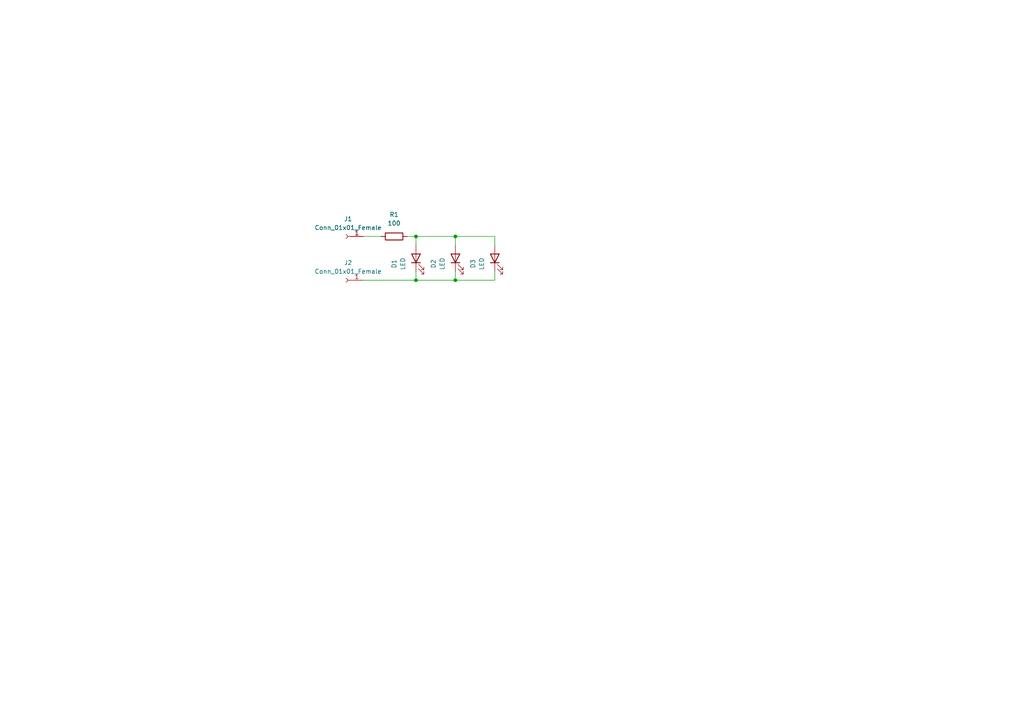
<source format=kicad_sch>
(kicad_sch (version 20211123) (generator eeschema)
  (paper "A4")
  (lib_symbols
    (symbol "Connector:Conn_01x01_Female" (pin_names (offset 1.016) hide)
      (property "Reference" "J" (at 0 2.54 0))
      (property "Value" "Conn_01x01_Female" (at 0 -2.54 0))
      (symbol "Conn_01x01_Female_1_1"
        (polyline (pts (xy -1.27 0) (xy -0.508 0)) (stroke (width 0.1524)))
        (arc (start 0 0.508) (mid -0.508 0) (end 0 -0.508) (stroke (width 0.1524)))
        (pin passive line (at -5.08 0 0) (length 3.81) (name "Pin_1") (number "1"))
      )
    )
    (symbol "Device:LED" (pin_numbers hide) (pin_names (offset 1.016) hide)
      (property "Reference" "D" (at 0 2.54 0))
      (property "Value" "LED" (at 0 -2.54 0))
      (symbol "LED_0_1"
        (polyline (pts (xy -1.27 -1.27) (xy -1.27 1.27)) (stroke (width 0.254)))
        (polyline (pts (xy -1.27 0) (xy 1.27 0)))
        (polyline (pts (xy 1.27 -1.27) (xy 1.27 1.27) (xy -1.27 0) (xy 1.27 -1.27)) (stroke (width 0.254)))
        (polyline (pts (xy -3.048 -0.762) (xy -4.572 -2.286) (xy -3.81 -2.286) (xy -4.572 -2.286) (xy -4.572 -1.524)))
        (polyline (pts (xy -1.778 -0.762) (xy -3.302 -2.286) (xy -2.54 -2.286) (xy -3.302 -2.286) (xy -3.302 -1.524)))
      )
      (symbol "LED_1_1"
        (pin passive line (at -3.81 0 0) (length 2.54) (name "K") (number "1"))
        (pin passive line (at 3.81 0 180) (length 2.54) (name "A") (number "2"))
      )
    )
    (symbol "Device:R" (pin_numbers hide) (pin_names (offset 0))
      (property "Reference" "R" (at 2.032 0 90))
      (property "Value" "R" (at 0 0 90))
      (symbol "R_0_1"
        (rectangle (start -1.016 -2.54) (end 1.016 2.54) (stroke (width 0.254)))
      )
      (symbol "R_1_1"
        (pin passive line (at 0 3.81 270) (length 1.27) (name "~") (number "1"))
        (pin passive line (at 0 -3.81 90) (length 1.27) (name "~") (number "2"))
      )
    )
  )
  (junction (at 120.65 68.58))
  (junction (at 132.08 68.58))
  (junction (at 120.65 81.28))
  (junction (at 132.08 81.28))
  (wire (pts (xy 143.51 68.58) (xy 143.51 71.12)))
  (wire (pts (xy 143.51 81.28) (xy 143.51 78.74)))
  (wire (pts (xy 120.65 81.28) (xy 132.08 81.28)))
  (wire (pts (xy 132.08 68.58) (xy 143.51 68.58)))
  (wire (pts (xy 132.08 78.74) (xy 132.08 81.28)))
  (wire (pts (xy 118.11 68.58) (xy 120.65 68.58)))
  (wire (pts (xy 105.41 68.58) (xy 110.49 68.58)))
  (wire (pts (xy 120.65 68.58) (xy 120.65 71.12)))
  (wire (pts (xy 132.08 81.28) (xy 143.51 81.28)))
  (wire (pts (xy 132.08 68.58) (xy 132.08 71.12)))
  (wire (pts (xy 120.65 68.58) (xy 132.08 68.58)))
  (wire (pts (xy 120.65 78.74) (xy 120.65 81.28)))
  (wire (pts (xy 105.41 81.28) (xy 120.65 81.28)))
  (symbol (lib_id "Device:R") (at 114.3 68.58 90) (unit 1)
    (property "Reference" "R1" (at 114.3 62.23 90))
    (property "Value" "100" (at 114.3 64.77 90))
    (property "Footprint" "Resistor_SMD:R_0603_1608Metric" (effects hide))
  )
  (symbol (lib_id "Connector:Conn_01x01_Female") (at 100.33 81.28 180) (unit 1)
    (property "Reference" "J2" (at 100.965 76.2 0))
    (property "Value" "Conn_01x01_Female" (at 100.965 78.74 0))
    (property "Footprint" "Connector_PinHeader_2.54mm:PinHeader_1x01_P2.54mm_Vertical" (effects hide))
  )
  (symbol (lib_id "Device:LED") (at 132.08 74.93 90) (unit 1)
    (property "Reference" "D2" (at 125.73 76.5175 0))
    (property "Value" "LED" (at 128.27 76.5175 0))
    (property "Footprint" "LED_SMD:LED_0603_1608Metric_Pad1.05x0.95mm_HandSolder" (effects hide))
  )
  (symbol (lib_id "Device:LED") (at 120.65 74.93 90) (unit 1)
    (property "Reference" "D1" (at 114.3 76.5175 0))
    (property "Value" "LED" (at 116.84 76.5175 0))
    (property "Footprint" "LED_SMD:LED_0603_1608Metric_Pad1.05x0.95mm_HandSolder" (effects hide))
  )
  (symbol (lib_id "Device:LED") (at 143.51 74.93 90) (unit 1)
    (property "Reference" "D3" (at 137.16 76.5175 0))
    (property "Value" "LED" (at 139.7 76.5175 0))
    (property "Footprint" "LED_SMD:LED_0603_1608Metric_Pad1.05x0.95mm_HandSolder" (effects hide))
  )
  (symbol (lib_id "Connector:Conn_01x01_Female") (at 100.33 68.58 180) (unit 1)
    (property "Reference" "J1" (at 100.965 63.5 0))
    (property "Value" "Conn_01x01_Female" (at 100.965 66.04 0))
    (property "Footprint" "Connector_PinHeader_2.54mm:PinHeader_1x01_P2.54mm_Vertical" (effects hide))
  )
)
</source>
